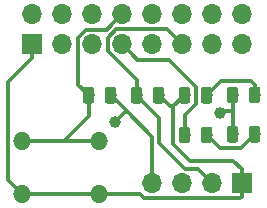
<source format=gtl>
G04 #@! TF.GenerationSoftware,KiCad,Pcbnew,(5.1.2)-1*
G04 #@! TF.CreationDate,2019-05-14T16:37:42-04:00*
G04 #@! TF.ProjectId,RaspberryPiHat,52617370-6265-4727-9279-50694861742e,1*
G04 #@! TF.SameCoordinates,Original*
G04 #@! TF.FileFunction,Copper,L1,Top*
G04 #@! TF.FilePolarity,Positive*
%FSLAX46Y46*%
G04 Gerber Fmt 4.6, Leading zero omitted, Abs format (unit mm)*
G04 Created by KiCad (PCBNEW (5.1.2)-1) date 2019-05-14 16:37:42*
%MOMM*%
%LPD*%
G04 APERTURE LIST*
%ADD10R,1.700000X1.700000*%
%ADD11O,1.700000X1.700000*%
%ADD12C,0.100000*%
%ADD13C,0.975000*%
%ADD14O,1.524000X1.524000*%
%ADD15C,1.000000*%
%ADD16C,0.300000*%
G04 APERTURE END LIST*
D10*
X92583000Y-68580000D03*
D11*
X92583000Y-66040000D03*
X95123000Y-68580000D03*
X95123000Y-66040000D03*
X97663000Y-68580000D03*
X97663000Y-66040000D03*
X100203000Y-68580000D03*
X100203000Y-66040000D03*
X102743000Y-68580000D03*
X102743000Y-66040000D03*
X105283000Y-68580000D03*
X105283000Y-66040000D03*
X107823000Y-68580000D03*
X107823000Y-66040000D03*
X110363000Y-68580000D03*
X110363000Y-66040000D03*
D12*
G36*
X109820142Y-75501174D02*
G01*
X109843803Y-75504684D01*
X109867007Y-75510496D01*
X109889529Y-75518554D01*
X109911153Y-75528782D01*
X109931670Y-75541079D01*
X109950883Y-75555329D01*
X109968607Y-75571393D01*
X109984671Y-75589117D01*
X109998921Y-75608330D01*
X110011218Y-75628847D01*
X110021446Y-75650471D01*
X110029504Y-75672993D01*
X110035316Y-75696197D01*
X110038826Y-75719858D01*
X110040000Y-75743750D01*
X110040000Y-76656250D01*
X110038826Y-76680142D01*
X110035316Y-76703803D01*
X110029504Y-76727007D01*
X110021446Y-76749529D01*
X110011218Y-76771153D01*
X109998921Y-76791670D01*
X109984671Y-76810883D01*
X109968607Y-76828607D01*
X109950883Y-76844671D01*
X109931670Y-76858921D01*
X109911153Y-76871218D01*
X109889529Y-76881446D01*
X109867007Y-76889504D01*
X109843803Y-76895316D01*
X109820142Y-76898826D01*
X109796250Y-76900000D01*
X109308750Y-76900000D01*
X109284858Y-76898826D01*
X109261197Y-76895316D01*
X109237993Y-76889504D01*
X109215471Y-76881446D01*
X109193847Y-76871218D01*
X109173330Y-76858921D01*
X109154117Y-76844671D01*
X109136393Y-76828607D01*
X109120329Y-76810883D01*
X109106079Y-76791670D01*
X109093782Y-76771153D01*
X109083554Y-76749529D01*
X109075496Y-76727007D01*
X109069684Y-76703803D01*
X109066174Y-76680142D01*
X109065000Y-76656250D01*
X109065000Y-75743750D01*
X109066174Y-75719858D01*
X109069684Y-75696197D01*
X109075496Y-75672993D01*
X109083554Y-75650471D01*
X109093782Y-75628847D01*
X109106079Y-75608330D01*
X109120329Y-75589117D01*
X109136393Y-75571393D01*
X109154117Y-75555329D01*
X109173330Y-75541079D01*
X109193847Y-75528782D01*
X109215471Y-75518554D01*
X109237993Y-75510496D01*
X109261197Y-75504684D01*
X109284858Y-75501174D01*
X109308750Y-75500000D01*
X109796250Y-75500000D01*
X109820142Y-75501174D01*
X109820142Y-75501174D01*
G37*
D13*
X109552500Y-76200000D03*
D12*
G36*
X111695142Y-75501174D02*
G01*
X111718803Y-75504684D01*
X111742007Y-75510496D01*
X111764529Y-75518554D01*
X111786153Y-75528782D01*
X111806670Y-75541079D01*
X111825883Y-75555329D01*
X111843607Y-75571393D01*
X111859671Y-75589117D01*
X111873921Y-75608330D01*
X111886218Y-75628847D01*
X111896446Y-75650471D01*
X111904504Y-75672993D01*
X111910316Y-75696197D01*
X111913826Y-75719858D01*
X111915000Y-75743750D01*
X111915000Y-76656250D01*
X111913826Y-76680142D01*
X111910316Y-76703803D01*
X111904504Y-76727007D01*
X111896446Y-76749529D01*
X111886218Y-76771153D01*
X111873921Y-76791670D01*
X111859671Y-76810883D01*
X111843607Y-76828607D01*
X111825883Y-76844671D01*
X111806670Y-76858921D01*
X111786153Y-76871218D01*
X111764529Y-76881446D01*
X111742007Y-76889504D01*
X111718803Y-76895316D01*
X111695142Y-76898826D01*
X111671250Y-76900000D01*
X111183750Y-76900000D01*
X111159858Y-76898826D01*
X111136197Y-76895316D01*
X111112993Y-76889504D01*
X111090471Y-76881446D01*
X111068847Y-76871218D01*
X111048330Y-76858921D01*
X111029117Y-76844671D01*
X111011393Y-76828607D01*
X110995329Y-76810883D01*
X110981079Y-76791670D01*
X110968782Y-76771153D01*
X110958554Y-76749529D01*
X110950496Y-76727007D01*
X110944684Y-76703803D01*
X110941174Y-76680142D01*
X110940000Y-76656250D01*
X110940000Y-75743750D01*
X110941174Y-75719858D01*
X110944684Y-75696197D01*
X110950496Y-75672993D01*
X110958554Y-75650471D01*
X110968782Y-75628847D01*
X110981079Y-75608330D01*
X110995329Y-75589117D01*
X111011393Y-75571393D01*
X111029117Y-75555329D01*
X111048330Y-75541079D01*
X111068847Y-75528782D01*
X111090471Y-75518554D01*
X111112993Y-75510496D01*
X111136197Y-75504684D01*
X111159858Y-75501174D01*
X111183750Y-75500000D01*
X111671250Y-75500000D01*
X111695142Y-75501174D01*
X111695142Y-75501174D01*
G37*
D13*
X111427500Y-76200000D03*
D12*
G36*
X111695142Y-72154174D02*
G01*
X111718803Y-72157684D01*
X111742007Y-72163496D01*
X111764529Y-72171554D01*
X111786153Y-72181782D01*
X111806670Y-72194079D01*
X111825883Y-72208329D01*
X111843607Y-72224393D01*
X111859671Y-72242117D01*
X111873921Y-72261330D01*
X111886218Y-72281847D01*
X111896446Y-72303471D01*
X111904504Y-72325993D01*
X111910316Y-72349197D01*
X111913826Y-72372858D01*
X111915000Y-72396750D01*
X111915000Y-73309250D01*
X111913826Y-73333142D01*
X111910316Y-73356803D01*
X111904504Y-73380007D01*
X111896446Y-73402529D01*
X111886218Y-73424153D01*
X111873921Y-73444670D01*
X111859671Y-73463883D01*
X111843607Y-73481607D01*
X111825883Y-73497671D01*
X111806670Y-73511921D01*
X111786153Y-73524218D01*
X111764529Y-73534446D01*
X111742007Y-73542504D01*
X111718803Y-73548316D01*
X111695142Y-73551826D01*
X111671250Y-73553000D01*
X111183750Y-73553000D01*
X111159858Y-73551826D01*
X111136197Y-73548316D01*
X111112993Y-73542504D01*
X111090471Y-73534446D01*
X111068847Y-73524218D01*
X111048330Y-73511921D01*
X111029117Y-73497671D01*
X111011393Y-73481607D01*
X110995329Y-73463883D01*
X110981079Y-73444670D01*
X110968782Y-73424153D01*
X110958554Y-73402529D01*
X110950496Y-73380007D01*
X110944684Y-73356803D01*
X110941174Y-73333142D01*
X110940000Y-73309250D01*
X110940000Y-72396750D01*
X110941174Y-72372858D01*
X110944684Y-72349197D01*
X110950496Y-72325993D01*
X110958554Y-72303471D01*
X110968782Y-72281847D01*
X110981079Y-72261330D01*
X110995329Y-72242117D01*
X111011393Y-72224393D01*
X111029117Y-72208329D01*
X111048330Y-72194079D01*
X111068847Y-72181782D01*
X111090471Y-72171554D01*
X111112993Y-72163496D01*
X111136197Y-72157684D01*
X111159858Y-72154174D01*
X111183750Y-72153000D01*
X111671250Y-72153000D01*
X111695142Y-72154174D01*
X111695142Y-72154174D01*
G37*
D13*
X111427500Y-72853000D03*
D12*
G36*
X109820142Y-72154174D02*
G01*
X109843803Y-72157684D01*
X109867007Y-72163496D01*
X109889529Y-72171554D01*
X109911153Y-72181782D01*
X109931670Y-72194079D01*
X109950883Y-72208329D01*
X109968607Y-72224393D01*
X109984671Y-72242117D01*
X109998921Y-72261330D01*
X110011218Y-72281847D01*
X110021446Y-72303471D01*
X110029504Y-72325993D01*
X110035316Y-72349197D01*
X110038826Y-72372858D01*
X110040000Y-72396750D01*
X110040000Y-73309250D01*
X110038826Y-73333142D01*
X110035316Y-73356803D01*
X110029504Y-73380007D01*
X110021446Y-73402529D01*
X110011218Y-73424153D01*
X109998921Y-73444670D01*
X109984671Y-73463883D01*
X109968607Y-73481607D01*
X109950883Y-73497671D01*
X109931670Y-73511921D01*
X109911153Y-73524218D01*
X109889529Y-73534446D01*
X109867007Y-73542504D01*
X109843803Y-73548316D01*
X109820142Y-73551826D01*
X109796250Y-73553000D01*
X109308750Y-73553000D01*
X109284858Y-73551826D01*
X109261197Y-73548316D01*
X109237993Y-73542504D01*
X109215471Y-73534446D01*
X109193847Y-73524218D01*
X109173330Y-73511921D01*
X109154117Y-73497671D01*
X109136393Y-73481607D01*
X109120329Y-73463883D01*
X109106079Y-73444670D01*
X109093782Y-73424153D01*
X109083554Y-73402529D01*
X109075496Y-73380007D01*
X109069684Y-73356803D01*
X109066174Y-73333142D01*
X109065000Y-73309250D01*
X109065000Y-72396750D01*
X109066174Y-72372858D01*
X109069684Y-72349197D01*
X109075496Y-72325993D01*
X109083554Y-72303471D01*
X109093782Y-72281847D01*
X109106079Y-72261330D01*
X109120329Y-72242117D01*
X109136393Y-72224393D01*
X109154117Y-72208329D01*
X109173330Y-72194079D01*
X109193847Y-72181782D01*
X109215471Y-72171554D01*
X109237993Y-72163496D01*
X109261197Y-72157684D01*
X109284858Y-72154174D01*
X109308750Y-72153000D01*
X109796250Y-72153000D01*
X109820142Y-72154174D01*
X109820142Y-72154174D01*
G37*
D13*
X109552500Y-72853000D03*
D12*
G36*
X97628142Y-72199174D02*
G01*
X97651803Y-72202684D01*
X97675007Y-72208496D01*
X97697529Y-72216554D01*
X97719153Y-72226782D01*
X97739670Y-72239079D01*
X97758883Y-72253329D01*
X97776607Y-72269393D01*
X97792671Y-72287117D01*
X97806921Y-72306330D01*
X97819218Y-72326847D01*
X97829446Y-72348471D01*
X97837504Y-72370993D01*
X97843316Y-72394197D01*
X97846826Y-72417858D01*
X97848000Y-72441750D01*
X97848000Y-73354250D01*
X97846826Y-73378142D01*
X97843316Y-73401803D01*
X97837504Y-73425007D01*
X97829446Y-73447529D01*
X97819218Y-73469153D01*
X97806921Y-73489670D01*
X97792671Y-73508883D01*
X97776607Y-73526607D01*
X97758883Y-73542671D01*
X97739670Y-73556921D01*
X97719153Y-73569218D01*
X97697529Y-73579446D01*
X97675007Y-73587504D01*
X97651803Y-73593316D01*
X97628142Y-73596826D01*
X97604250Y-73598000D01*
X97116750Y-73598000D01*
X97092858Y-73596826D01*
X97069197Y-73593316D01*
X97045993Y-73587504D01*
X97023471Y-73579446D01*
X97001847Y-73569218D01*
X96981330Y-73556921D01*
X96962117Y-73542671D01*
X96944393Y-73526607D01*
X96928329Y-73508883D01*
X96914079Y-73489670D01*
X96901782Y-73469153D01*
X96891554Y-73447529D01*
X96883496Y-73425007D01*
X96877684Y-73401803D01*
X96874174Y-73378142D01*
X96873000Y-73354250D01*
X96873000Y-72441750D01*
X96874174Y-72417858D01*
X96877684Y-72394197D01*
X96883496Y-72370993D01*
X96891554Y-72348471D01*
X96901782Y-72326847D01*
X96914079Y-72306330D01*
X96928329Y-72287117D01*
X96944393Y-72269393D01*
X96962117Y-72253329D01*
X96981330Y-72239079D01*
X97001847Y-72226782D01*
X97023471Y-72216554D01*
X97045993Y-72208496D01*
X97069197Y-72202684D01*
X97092858Y-72199174D01*
X97116750Y-72198000D01*
X97604250Y-72198000D01*
X97628142Y-72199174D01*
X97628142Y-72199174D01*
G37*
D13*
X97360500Y-72898000D03*
D12*
G36*
X99503142Y-72199174D02*
G01*
X99526803Y-72202684D01*
X99550007Y-72208496D01*
X99572529Y-72216554D01*
X99594153Y-72226782D01*
X99614670Y-72239079D01*
X99633883Y-72253329D01*
X99651607Y-72269393D01*
X99667671Y-72287117D01*
X99681921Y-72306330D01*
X99694218Y-72326847D01*
X99704446Y-72348471D01*
X99712504Y-72370993D01*
X99718316Y-72394197D01*
X99721826Y-72417858D01*
X99723000Y-72441750D01*
X99723000Y-73354250D01*
X99721826Y-73378142D01*
X99718316Y-73401803D01*
X99712504Y-73425007D01*
X99704446Y-73447529D01*
X99694218Y-73469153D01*
X99681921Y-73489670D01*
X99667671Y-73508883D01*
X99651607Y-73526607D01*
X99633883Y-73542671D01*
X99614670Y-73556921D01*
X99594153Y-73569218D01*
X99572529Y-73579446D01*
X99550007Y-73587504D01*
X99526803Y-73593316D01*
X99503142Y-73596826D01*
X99479250Y-73598000D01*
X98991750Y-73598000D01*
X98967858Y-73596826D01*
X98944197Y-73593316D01*
X98920993Y-73587504D01*
X98898471Y-73579446D01*
X98876847Y-73569218D01*
X98856330Y-73556921D01*
X98837117Y-73542671D01*
X98819393Y-73526607D01*
X98803329Y-73508883D01*
X98789079Y-73489670D01*
X98776782Y-73469153D01*
X98766554Y-73447529D01*
X98758496Y-73425007D01*
X98752684Y-73401803D01*
X98749174Y-73378142D01*
X98748000Y-73354250D01*
X98748000Y-72441750D01*
X98749174Y-72417858D01*
X98752684Y-72394197D01*
X98758496Y-72370993D01*
X98766554Y-72348471D01*
X98776782Y-72326847D01*
X98789079Y-72306330D01*
X98803329Y-72287117D01*
X98819393Y-72269393D01*
X98837117Y-72253329D01*
X98856330Y-72239079D01*
X98876847Y-72226782D01*
X98898471Y-72216554D01*
X98920993Y-72208496D01*
X98944197Y-72202684D01*
X98967858Y-72199174D01*
X98991750Y-72198000D01*
X99479250Y-72198000D01*
X99503142Y-72199174D01*
X99503142Y-72199174D01*
G37*
D13*
X99235500Y-72898000D03*
D12*
G36*
X103567142Y-72199174D02*
G01*
X103590803Y-72202684D01*
X103614007Y-72208496D01*
X103636529Y-72216554D01*
X103658153Y-72226782D01*
X103678670Y-72239079D01*
X103697883Y-72253329D01*
X103715607Y-72269393D01*
X103731671Y-72287117D01*
X103745921Y-72306330D01*
X103758218Y-72326847D01*
X103768446Y-72348471D01*
X103776504Y-72370993D01*
X103782316Y-72394197D01*
X103785826Y-72417858D01*
X103787000Y-72441750D01*
X103787000Y-73354250D01*
X103785826Y-73378142D01*
X103782316Y-73401803D01*
X103776504Y-73425007D01*
X103768446Y-73447529D01*
X103758218Y-73469153D01*
X103745921Y-73489670D01*
X103731671Y-73508883D01*
X103715607Y-73526607D01*
X103697883Y-73542671D01*
X103678670Y-73556921D01*
X103658153Y-73569218D01*
X103636529Y-73579446D01*
X103614007Y-73587504D01*
X103590803Y-73593316D01*
X103567142Y-73596826D01*
X103543250Y-73598000D01*
X103055750Y-73598000D01*
X103031858Y-73596826D01*
X103008197Y-73593316D01*
X102984993Y-73587504D01*
X102962471Y-73579446D01*
X102940847Y-73569218D01*
X102920330Y-73556921D01*
X102901117Y-73542671D01*
X102883393Y-73526607D01*
X102867329Y-73508883D01*
X102853079Y-73489670D01*
X102840782Y-73469153D01*
X102830554Y-73447529D01*
X102822496Y-73425007D01*
X102816684Y-73401803D01*
X102813174Y-73378142D01*
X102812000Y-73354250D01*
X102812000Y-72441750D01*
X102813174Y-72417858D01*
X102816684Y-72394197D01*
X102822496Y-72370993D01*
X102830554Y-72348471D01*
X102840782Y-72326847D01*
X102853079Y-72306330D01*
X102867329Y-72287117D01*
X102883393Y-72269393D01*
X102901117Y-72253329D01*
X102920330Y-72239079D01*
X102940847Y-72226782D01*
X102962471Y-72216554D01*
X102984993Y-72208496D01*
X103008197Y-72202684D01*
X103031858Y-72199174D01*
X103055750Y-72198000D01*
X103543250Y-72198000D01*
X103567142Y-72199174D01*
X103567142Y-72199174D01*
G37*
D13*
X103299500Y-72898000D03*
D12*
G36*
X101692142Y-72199174D02*
G01*
X101715803Y-72202684D01*
X101739007Y-72208496D01*
X101761529Y-72216554D01*
X101783153Y-72226782D01*
X101803670Y-72239079D01*
X101822883Y-72253329D01*
X101840607Y-72269393D01*
X101856671Y-72287117D01*
X101870921Y-72306330D01*
X101883218Y-72326847D01*
X101893446Y-72348471D01*
X101901504Y-72370993D01*
X101907316Y-72394197D01*
X101910826Y-72417858D01*
X101912000Y-72441750D01*
X101912000Y-73354250D01*
X101910826Y-73378142D01*
X101907316Y-73401803D01*
X101901504Y-73425007D01*
X101893446Y-73447529D01*
X101883218Y-73469153D01*
X101870921Y-73489670D01*
X101856671Y-73508883D01*
X101840607Y-73526607D01*
X101822883Y-73542671D01*
X101803670Y-73556921D01*
X101783153Y-73569218D01*
X101761529Y-73579446D01*
X101739007Y-73587504D01*
X101715803Y-73593316D01*
X101692142Y-73596826D01*
X101668250Y-73598000D01*
X101180750Y-73598000D01*
X101156858Y-73596826D01*
X101133197Y-73593316D01*
X101109993Y-73587504D01*
X101087471Y-73579446D01*
X101065847Y-73569218D01*
X101045330Y-73556921D01*
X101026117Y-73542671D01*
X101008393Y-73526607D01*
X100992329Y-73508883D01*
X100978079Y-73489670D01*
X100965782Y-73469153D01*
X100955554Y-73447529D01*
X100947496Y-73425007D01*
X100941684Y-73401803D01*
X100938174Y-73378142D01*
X100937000Y-73354250D01*
X100937000Y-72441750D01*
X100938174Y-72417858D01*
X100941684Y-72394197D01*
X100947496Y-72370993D01*
X100955554Y-72348471D01*
X100965782Y-72326847D01*
X100978079Y-72306330D01*
X100992329Y-72287117D01*
X101008393Y-72269393D01*
X101026117Y-72253329D01*
X101045330Y-72239079D01*
X101065847Y-72226782D01*
X101087471Y-72216554D01*
X101109993Y-72208496D01*
X101133197Y-72202684D01*
X101156858Y-72199174D01*
X101180750Y-72198000D01*
X101668250Y-72198000D01*
X101692142Y-72199174D01*
X101692142Y-72199174D01*
G37*
D13*
X101424500Y-72898000D03*
D12*
G36*
X105756142Y-75546174D02*
G01*
X105779803Y-75549684D01*
X105803007Y-75555496D01*
X105825529Y-75563554D01*
X105847153Y-75573782D01*
X105867670Y-75586079D01*
X105886883Y-75600329D01*
X105904607Y-75616393D01*
X105920671Y-75634117D01*
X105934921Y-75653330D01*
X105947218Y-75673847D01*
X105957446Y-75695471D01*
X105965504Y-75717993D01*
X105971316Y-75741197D01*
X105974826Y-75764858D01*
X105976000Y-75788750D01*
X105976000Y-76701250D01*
X105974826Y-76725142D01*
X105971316Y-76748803D01*
X105965504Y-76772007D01*
X105957446Y-76794529D01*
X105947218Y-76816153D01*
X105934921Y-76836670D01*
X105920671Y-76855883D01*
X105904607Y-76873607D01*
X105886883Y-76889671D01*
X105867670Y-76903921D01*
X105847153Y-76916218D01*
X105825529Y-76926446D01*
X105803007Y-76934504D01*
X105779803Y-76940316D01*
X105756142Y-76943826D01*
X105732250Y-76945000D01*
X105244750Y-76945000D01*
X105220858Y-76943826D01*
X105197197Y-76940316D01*
X105173993Y-76934504D01*
X105151471Y-76926446D01*
X105129847Y-76916218D01*
X105109330Y-76903921D01*
X105090117Y-76889671D01*
X105072393Y-76873607D01*
X105056329Y-76855883D01*
X105042079Y-76836670D01*
X105029782Y-76816153D01*
X105019554Y-76794529D01*
X105011496Y-76772007D01*
X105005684Y-76748803D01*
X105002174Y-76725142D01*
X105001000Y-76701250D01*
X105001000Y-75788750D01*
X105002174Y-75764858D01*
X105005684Y-75741197D01*
X105011496Y-75717993D01*
X105019554Y-75695471D01*
X105029782Y-75673847D01*
X105042079Y-75653330D01*
X105056329Y-75634117D01*
X105072393Y-75616393D01*
X105090117Y-75600329D01*
X105109330Y-75586079D01*
X105129847Y-75573782D01*
X105151471Y-75563554D01*
X105173993Y-75555496D01*
X105197197Y-75549684D01*
X105220858Y-75546174D01*
X105244750Y-75545000D01*
X105732250Y-75545000D01*
X105756142Y-75546174D01*
X105756142Y-75546174D01*
G37*
D13*
X105488500Y-76245000D03*
D12*
G36*
X107631142Y-75546174D02*
G01*
X107654803Y-75549684D01*
X107678007Y-75555496D01*
X107700529Y-75563554D01*
X107722153Y-75573782D01*
X107742670Y-75586079D01*
X107761883Y-75600329D01*
X107779607Y-75616393D01*
X107795671Y-75634117D01*
X107809921Y-75653330D01*
X107822218Y-75673847D01*
X107832446Y-75695471D01*
X107840504Y-75717993D01*
X107846316Y-75741197D01*
X107849826Y-75764858D01*
X107851000Y-75788750D01*
X107851000Y-76701250D01*
X107849826Y-76725142D01*
X107846316Y-76748803D01*
X107840504Y-76772007D01*
X107832446Y-76794529D01*
X107822218Y-76816153D01*
X107809921Y-76836670D01*
X107795671Y-76855883D01*
X107779607Y-76873607D01*
X107761883Y-76889671D01*
X107742670Y-76903921D01*
X107722153Y-76916218D01*
X107700529Y-76926446D01*
X107678007Y-76934504D01*
X107654803Y-76940316D01*
X107631142Y-76943826D01*
X107607250Y-76945000D01*
X107119750Y-76945000D01*
X107095858Y-76943826D01*
X107072197Y-76940316D01*
X107048993Y-76934504D01*
X107026471Y-76926446D01*
X107004847Y-76916218D01*
X106984330Y-76903921D01*
X106965117Y-76889671D01*
X106947393Y-76873607D01*
X106931329Y-76855883D01*
X106917079Y-76836670D01*
X106904782Y-76816153D01*
X106894554Y-76794529D01*
X106886496Y-76772007D01*
X106880684Y-76748803D01*
X106877174Y-76725142D01*
X106876000Y-76701250D01*
X106876000Y-75788750D01*
X106877174Y-75764858D01*
X106880684Y-75741197D01*
X106886496Y-75717993D01*
X106894554Y-75695471D01*
X106904782Y-75673847D01*
X106917079Y-75653330D01*
X106931329Y-75634117D01*
X106947393Y-75616393D01*
X106965117Y-75600329D01*
X106984330Y-75586079D01*
X107004847Y-75573782D01*
X107026471Y-75563554D01*
X107048993Y-75555496D01*
X107072197Y-75549684D01*
X107095858Y-75546174D01*
X107119750Y-75545000D01*
X107607250Y-75545000D01*
X107631142Y-75546174D01*
X107631142Y-75546174D01*
G37*
D13*
X107363500Y-76245000D03*
D12*
G36*
X107631142Y-72199174D02*
G01*
X107654803Y-72202684D01*
X107678007Y-72208496D01*
X107700529Y-72216554D01*
X107722153Y-72226782D01*
X107742670Y-72239079D01*
X107761883Y-72253329D01*
X107779607Y-72269393D01*
X107795671Y-72287117D01*
X107809921Y-72306330D01*
X107822218Y-72326847D01*
X107832446Y-72348471D01*
X107840504Y-72370993D01*
X107846316Y-72394197D01*
X107849826Y-72417858D01*
X107851000Y-72441750D01*
X107851000Y-73354250D01*
X107849826Y-73378142D01*
X107846316Y-73401803D01*
X107840504Y-73425007D01*
X107832446Y-73447529D01*
X107822218Y-73469153D01*
X107809921Y-73489670D01*
X107795671Y-73508883D01*
X107779607Y-73526607D01*
X107761883Y-73542671D01*
X107742670Y-73556921D01*
X107722153Y-73569218D01*
X107700529Y-73579446D01*
X107678007Y-73587504D01*
X107654803Y-73593316D01*
X107631142Y-73596826D01*
X107607250Y-73598000D01*
X107119750Y-73598000D01*
X107095858Y-73596826D01*
X107072197Y-73593316D01*
X107048993Y-73587504D01*
X107026471Y-73579446D01*
X107004847Y-73569218D01*
X106984330Y-73556921D01*
X106965117Y-73542671D01*
X106947393Y-73526607D01*
X106931329Y-73508883D01*
X106917079Y-73489670D01*
X106904782Y-73469153D01*
X106894554Y-73447529D01*
X106886496Y-73425007D01*
X106880684Y-73401803D01*
X106877174Y-73378142D01*
X106876000Y-73354250D01*
X106876000Y-72441750D01*
X106877174Y-72417858D01*
X106880684Y-72394197D01*
X106886496Y-72370993D01*
X106894554Y-72348471D01*
X106904782Y-72326847D01*
X106917079Y-72306330D01*
X106931329Y-72287117D01*
X106947393Y-72269393D01*
X106965117Y-72253329D01*
X106984330Y-72239079D01*
X107004847Y-72226782D01*
X107026471Y-72216554D01*
X107048993Y-72208496D01*
X107072197Y-72202684D01*
X107095858Y-72199174D01*
X107119750Y-72198000D01*
X107607250Y-72198000D01*
X107631142Y-72199174D01*
X107631142Y-72199174D01*
G37*
D13*
X107363500Y-72898000D03*
D12*
G36*
X105756142Y-72199174D02*
G01*
X105779803Y-72202684D01*
X105803007Y-72208496D01*
X105825529Y-72216554D01*
X105847153Y-72226782D01*
X105867670Y-72239079D01*
X105886883Y-72253329D01*
X105904607Y-72269393D01*
X105920671Y-72287117D01*
X105934921Y-72306330D01*
X105947218Y-72326847D01*
X105957446Y-72348471D01*
X105965504Y-72370993D01*
X105971316Y-72394197D01*
X105974826Y-72417858D01*
X105976000Y-72441750D01*
X105976000Y-73354250D01*
X105974826Y-73378142D01*
X105971316Y-73401803D01*
X105965504Y-73425007D01*
X105957446Y-73447529D01*
X105947218Y-73469153D01*
X105934921Y-73489670D01*
X105920671Y-73508883D01*
X105904607Y-73526607D01*
X105886883Y-73542671D01*
X105867670Y-73556921D01*
X105847153Y-73569218D01*
X105825529Y-73579446D01*
X105803007Y-73587504D01*
X105779803Y-73593316D01*
X105756142Y-73596826D01*
X105732250Y-73598000D01*
X105244750Y-73598000D01*
X105220858Y-73596826D01*
X105197197Y-73593316D01*
X105173993Y-73587504D01*
X105151471Y-73579446D01*
X105129847Y-73569218D01*
X105109330Y-73556921D01*
X105090117Y-73542671D01*
X105072393Y-73526607D01*
X105056329Y-73508883D01*
X105042079Y-73489670D01*
X105029782Y-73469153D01*
X105019554Y-73447529D01*
X105011496Y-73425007D01*
X105005684Y-73401803D01*
X105002174Y-73378142D01*
X105001000Y-73354250D01*
X105001000Y-72441750D01*
X105002174Y-72417858D01*
X105005684Y-72394197D01*
X105011496Y-72370993D01*
X105019554Y-72348471D01*
X105029782Y-72326847D01*
X105042079Y-72306330D01*
X105056329Y-72287117D01*
X105072393Y-72269393D01*
X105090117Y-72253329D01*
X105109330Y-72239079D01*
X105129847Y-72226782D01*
X105151471Y-72216554D01*
X105173993Y-72208496D01*
X105197197Y-72202684D01*
X105220858Y-72199174D01*
X105244750Y-72198000D01*
X105732250Y-72198000D01*
X105756142Y-72199174D01*
X105756142Y-72199174D01*
G37*
D13*
X105488500Y-72898000D03*
D14*
X98269399Y-81254600D03*
X91766999Y-81254600D03*
X98269399Y-76733400D03*
X91766999Y-76733400D03*
D10*
X110370000Y-80318600D03*
D11*
X107830000Y-80318600D03*
X105290000Y-80318600D03*
X102750000Y-80318600D03*
D15*
X99568000Y-75184000D03*
X108458000Y-74422000D03*
D16*
X109552500Y-72853000D02*
X109552500Y-73653000D01*
X102750000Y-80318600D02*
X102750000Y-76412500D01*
X100417750Y-74334250D02*
X99568000Y-75184000D01*
X100671750Y-74334250D02*
X100417750Y-74334250D01*
X100671750Y-74334250D02*
X99235500Y-72898000D01*
X102750000Y-76412500D02*
X100671750Y-74334250D01*
X108633500Y-74246500D02*
X108458000Y-74422000D01*
X109552500Y-74246500D02*
X108633500Y-74246500D01*
X109552500Y-74246500D02*
X109552500Y-76200000D01*
X109552500Y-73653000D02*
X109552500Y-74246500D01*
X107919737Y-76801237D02*
X107363500Y-76245000D01*
X108468510Y-77350010D02*
X107919737Y-76801237D01*
X110277490Y-77350010D02*
X108468510Y-77350010D01*
X111427500Y-76200000D02*
X110277490Y-77350010D01*
X107919737Y-72341763D02*
X107363500Y-72898000D01*
X108558510Y-71702990D02*
X107919737Y-72341763D01*
X111077490Y-71702990D02*
X108558510Y-71702990D01*
X111427500Y-72053000D02*
X111077490Y-71702990D01*
X111427500Y-72853000D02*
X111427500Y-72053000D01*
X110219999Y-81618601D02*
X102076970Y-81618601D01*
X110370000Y-81468600D02*
X110219999Y-81618601D01*
X110370000Y-80318600D02*
X110370000Y-81468600D01*
X110370000Y-79168600D02*
X110370000Y-80318600D01*
X109632729Y-78431329D02*
X110370000Y-79168600D01*
X105993703Y-78431329D02*
X109632729Y-78431329D01*
X104550990Y-76988616D02*
X105993703Y-78431329D01*
X104550990Y-73835510D02*
X104550990Y-76988616D01*
X105488500Y-72898000D02*
X104550990Y-73835510D01*
X101712969Y-81254600D02*
X102076970Y-81618601D01*
X98269399Y-81254600D02*
X101712969Y-81254600D01*
X98269399Y-81254600D02*
X91766999Y-81254600D01*
X104237010Y-73835510D02*
X104550990Y-73835510D01*
X103299500Y-72898000D02*
X104237010Y-73835510D01*
X92583000Y-69730000D02*
X92583000Y-68580000D01*
X90554998Y-71758002D02*
X92583000Y-69730000D01*
X90554998Y-80042599D02*
X90554998Y-71758002D01*
X91766999Y-81254600D02*
X90554998Y-80042599D01*
X101052999Y-69429999D02*
X100203000Y-68580000D01*
X101503001Y-69880001D02*
X101052999Y-69429999D01*
X104151627Y-69880001D02*
X101503001Y-69880001D01*
X106426010Y-72154384D02*
X104151627Y-69880001D01*
X106426010Y-73641616D02*
X106426010Y-72154384D01*
X105488500Y-74579126D02*
X106426010Y-73641616D01*
X105488500Y-76245000D02*
X105488500Y-74579126D01*
X91766999Y-76733400D02*
X92844629Y-76733400D01*
X97360500Y-74648300D02*
X95275400Y-76733400D01*
X97360500Y-72898000D02*
X97360500Y-74648300D01*
X92844629Y-76733400D02*
X95275400Y-76733400D01*
X95275400Y-76733400D02*
X98269399Y-76733400D01*
X99353001Y-66889999D02*
X100203000Y-66040000D01*
X98902999Y-67340001D02*
X99353001Y-66889999D01*
X97126997Y-67340001D02*
X98902999Y-67340001D01*
X96462999Y-68003999D02*
X97126997Y-67340001D01*
X96462999Y-72000499D02*
X96462999Y-68003999D01*
X97360500Y-72898000D02*
X96462999Y-72000499D01*
X101980737Y-73454237D02*
X101424500Y-72898000D01*
X103350010Y-74823510D02*
X101980737Y-73454237D01*
X103350010Y-76934010D02*
X103350010Y-74823510D01*
X105534599Y-79118599D02*
X103350010Y-76934010D01*
X106629999Y-79118599D02*
X105534599Y-79118599D01*
X107830000Y-80318600D02*
X106629999Y-79118599D01*
X104433001Y-67730001D02*
X105283000Y-68580000D01*
X103982999Y-67279999D02*
X104433001Y-67730001D01*
X99726999Y-67279999D02*
X103982999Y-67279999D01*
X99002999Y-68003999D02*
X99726999Y-67279999D01*
X99002999Y-69156001D02*
X99002999Y-68003999D01*
X101424500Y-71577502D02*
X99002999Y-69156001D01*
X101424500Y-72898000D02*
X101424500Y-71577502D01*
M02*

</source>
